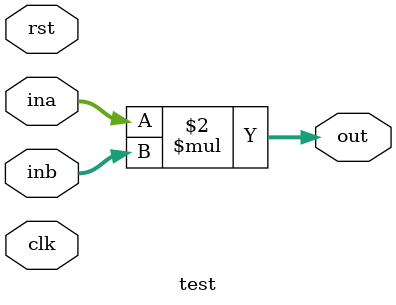
<source format=sv>
module test(
        input [1:0] ina,inb,
        input clk,rst,
        output reg [3:0] out
);
        always_comb begin
            out = ina* inb;
        end
endmodule

</source>
